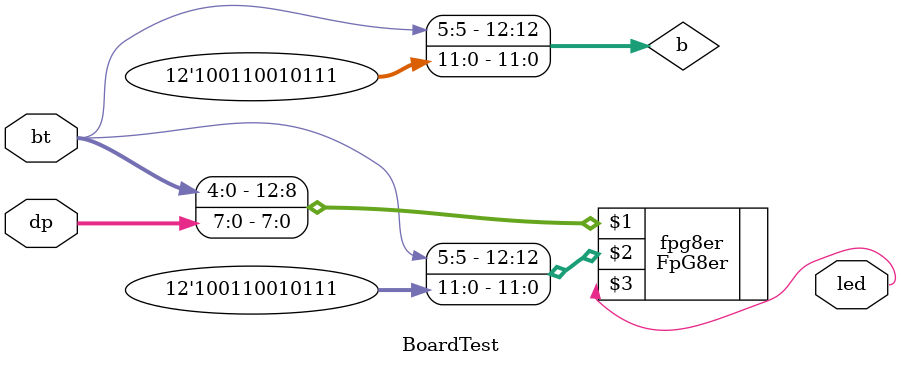
<source format=v>

`timescale 1ns / 1ps

module BoardTest( input wire [7:0] dp, input wire [5:0] bt, output wire [0:0] led );

	wire [12:0] b;
	assign b = { bt[5], 4'b1001 , 8'b10010111 };
	
	FpG8er fpg8er( { bt[4:0], dp[7:0] }, b, led[0] );

endmodule

</source>
